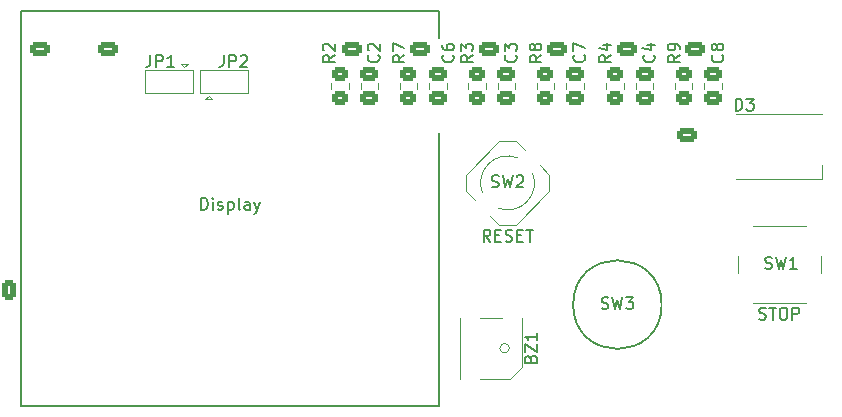
<source format=gto>
G04 #@! TF.GenerationSoftware,KiCad,Pcbnew,(7.0.0)*
G04 #@! TF.CreationDate,2023-02-19T07:57:40+03:00*
G04 #@! TF.ProjectId,V0_McDisplay,56305f4d-6344-4697-9370-6c61792e6b69,1*
G04 #@! TF.SameCoordinates,Original*
G04 #@! TF.FileFunction,Legend,Top*
G04 #@! TF.FilePolarity,Positive*
%FSLAX46Y46*%
G04 Gerber Fmt 4.6, Leading zero omitted, Abs format (unit mm)*
G04 Created by KiCad (PCBNEW (7.0.0)) date 2023-02-19 07:57:40*
%MOMM*%
%LPD*%
G01*
G04 APERTURE LIST*
G04 Aperture macros list*
%AMRoundRect*
0 Rectangle with rounded corners*
0 $1 Rounding radius*
0 $2 $3 $4 $5 $6 $7 $8 $9 X,Y pos of 4 corners*
0 Add a 4 corners polygon primitive as box body*
4,1,4,$2,$3,$4,$5,$6,$7,$8,$9,$2,$3,0*
0 Add four circle primitives for the rounded corners*
1,1,$1+$1,$2,$3*
1,1,$1+$1,$4,$5*
1,1,$1+$1,$6,$7*
1,1,$1+$1,$8,$9*
0 Add four rect primitives between the rounded corners*
20,1,$1+$1,$2,$3,$4,$5,0*
20,1,$1+$1,$4,$5,$6,$7,0*
20,1,$1+$1,$6,$7,$8,$9,0*
20,1,$1+$1,$8,$9,$2,$3,0*%
%AMRotRect*
0 Rectangle, with rotation*
0 The origin of the aperture is its center*
0 $1 length*
0 $2 width*
0 $3 Rotation angle, in degrees counterclockwise*
0 Add horizontal line*
21,1,$1,$2,0,0,$3*%
G04 Aperture macros list end*
%ADD10C,0.150000*%
%ADD11C,0.120000*%
%ADD12R,1.500000X1.000000*%
%ADD13RoundRect,0.250000X-0.450000X0.350000X-0.450000X-0.350000X0.450000X-0.350000X0.450000X0.350000X0*%
%ADD14C,2.000000*%
%ADD15C,3.200000*%
%ADD16RoundRect,0.250000X0.475000X-0.337500X0.475000X0.337500X-0.475000X0.337500X-0.475000X-0.337500X0*%
%ADD17R,1.200000X2.500000*%
%ADD18R,1.000000X1.500000*%
%ADD19RotRect,2.500000X1.500000X225.000000*%
%ADD20C,1.524000*%
%ADD21O,2.500000X4.000000*%
%ADD22R,1.700000X1.700000*%
%ADD23O,1.700000X1.700000*%
%ADD24RoundRect,0.250000X-0.625000X0.350000X-0.625000X-0.350000X0.625000X-0.350000X0.625000X0.350000X0*%
%ADD25O,1.750000X1.200000*%
%ADD26RoundRect,0.250000X0.625000X-0.350000X0.625000X0.350000X-0.625000X0.350000X-0.625000X-0.350000X0*%
%ADD27RoundRect,0.250000X-0.350000X-0.625000X0.350000X-0.625000X0.350000X0.625000X-0.350000X0.625000X0*%
%ADD28O,1.200000X1.750000*%
%ADD29O,1.900000X1.200000*%
%ADD30O,1.100000X2.000000*%
%ADD31O,1.100000X2.200000*%
G04 APERTURE END LIST*
D10*
X73109524Y-27119761D02*
X73252381Y-27167380D01*
X73252381Y-27167380D02*
X73490476Y-27167380D01*
X73490476Y-27167380D02*
X73585714Y-27119761D01*
X73585714Y-27119761D02*
X73633333Y-27072142D01*
X73633333Y-27072142D02*
X73680952Y-26976904D01*
X73680952Y-26976904D02*
X73680952Y-26881666D01*
X73680952Y-26881666D02*
X73633333Y-26786428D01*
X73633333Y-26786428D02*
X73585714Y-26738809D01*
X73585714Y-26738809D02*
X73490476Y-26691190D01*
X73490476Y-26691190D02*
X73300000Y-26643571D01*
X73300000Y-26643571D02*
X73204762Y-26595952D01*
X73204762Y-26595952D02*
X73157143Y-26548333D01*
X73157143Y-26548333D02*
X73109524Y-26453095D01*
X73109524Y-26453095D02*
X73109524Y-26357857D01*
X73109524Y-26357857D02*
X73157143Y-26262619D01*
X73157143Y-26262619D02*
X73204762Y-26215000D01*
X73204762Y-26215000D02*
X73300000Y-26167380D01*
X73300000Y-26167380D02*
X73538095Y-26167380D01*
X73538095Y-26167380D02*
X73680952Y-26215000D01*
X73966667Y-26167380D02*
X74538095Y-26167380D01*
X74252381Y-27167380D02*
X74252381Y-26167380D01*
X75061905Y-26167380D02*
X75252381Y-26167380D01*
X75252381Y-26167380D02*
X75347619Y-26215000D01*
X75347619Y-26215000D02*
X75442857Y-26310238D01*
X75442857Y-26310238D02*
X75490476Y-26500714D01*
X75490476Y-26500714D02*
X75490476Y-26834047D01*
X75490476Y-26834047D02*
X75442857Y-27024523D01*
X75442857Y-27024523D02*
X75347619Y-27119761D01*
X75347619Y-27119761D02*
X75252381Y-27167380D01*
X75252381Y-27167380D02*
X75061905Y-27167380D01*
X75061905Y-27167380D02*
X74966667Y-27119761D01*
X74966667Y-27119761D02*
X74871429Y-27024523D01*
X74871429Y-27024523D02*
X74823810Y-26834047D01*
X74823810Y-26834047D02*
X74823810Y-26500714D01*
X74823810Y-26500714D02*
X74871429Y-26310238D01*
X74871429Y-26310238D02*
X74966667Y-26215000D01*
X74966667Y-26215000D02*
X75061905Y-26167380D01*
X75919048Y-27167380D02*
X75919048Y-26167380D01*
X75919048Y-26167380D02*
X76300000Y-26167380D01*
X76300000Y-26167380D02*
X76395238Y-26215000D01*
X76395238Y-26215000D02*
X76442857Y-26262619D01*
X76442857Y-26262619D02*
X76490476Y-26357857D01*
X76490476Y-26357857D02*
X76490476Y-26500714D01*
X76490476Y-26500714D02*
X76442857Y-26595952D01*
X76442857Y-26595952D02*
X76395238Y-26643571D01*
X76395238Y-26643571D02*
X76300000Y-26691190D01*
X76300000Y-26691190D02*
X75919048Y-26691190D01*
X50347618Y-20567380D02*
X50014285Y-20091190D01*
X49776190Y-20567380D02*
X49776190Y-19567380D01*
X49776190Y-19567380D02*
X50157142Y-19567380D01*
X50157142Y-19567380D02*
X50252380Y-19615000D01*
X50252380Y-19615000D02*
X50299999Y-19662619D01*
X50299999Y-19662619D02*
X50347618Y-19757857D01*
X50347618Y-19757857D02*
X50347618Y-19900714D01*
X50347618Y-19900714D02*
X50299999Y-19995952D01*
X50299999Y-19995952D02*
X50252380Y-20043571D01*
X50252380Y-20043571D02*
X50157142Y-20091190D01*
X50157142Y-20091190D02*
X49776190Y-20091190D01*
X50776190Y-20043571D02*
X51109523Y-20043571D01*
X51252380Y-20567380D02*
X50776190Y-20567380D01*
X50776190Y-20567380D02*
X50776190Y-19567380D01*
X50776190Y-19567380D02*
X51252380Y-19567380D01*
X51633333Y-20519761D02*
X51776190Y-20567380D01*
X51776190Y-20567380D02*
X52014285Y-20567380D01*
X52014285Y-20567380D02*
X52109523Y-20519761D01*
X52109523Y-20519761D02*
X52157142Y-20472142D01*
X52157142Y-20472142D02*
X52204761Y-20376904D01*
X52204761Y-20376904D02*
X52204761Y-20281666D01*
X52204761Y-20281666D02*
X52157142Y-20186428D01*
X52157142Y-20186428D02*
X52109523Y-20138809D01*
X52109523Y-20138809D02*
X52014285Y-20091190D01*
X52014285Y-20091190D02*
X51823809Y-20043571D01*
X51823809Y-20043571D02*
X51728571Y-19995952D01*
X51728571Y-19995952D02*
X51680952Y-19948333D01*
X51680952Y-19948333D02*
X51633333Y-19853095D01*
X51633333Y-19853095D02*
X51633333Y-19757857D01*
X51633333Y-19757857D02*
X51680952Y-19662619D01*
X51680952Y-19662619D02*
X51728571Y-19615000D01*
X51728571Y-19615000D02*
X51823809Y-19567380D01*
X51823809Y-19567380D02*
X52061904Y-19567380D01*
X52061904Y-19567380D02*
X52204761Y-19615000D01*
X52633333Y-20043571D02*
X52966666Y-20043571D01*
X53109523Y-20567380D02*
X52633333Y-20567380D01*
X52633333Y-20567380D02*
X52633333Y-19567380D01*
X52633333Y-19567380D02*
X53109523Y-19567380D01*
X53395238Y-19567380D02*
X53966666Y-19567380D01*
X53680952Y-20567380D02*
X53680952Y-19567380D01*
X25847619Y-17867380D02*
X25847619Y-16867380D01*
X25847619Y-16867380D02*
X26085714Y-16867380D01*
X26085714Y-16867380D02*
X26228571Y-16915000D01*
X26228571Y-16915000D02*
X26323809Y-17010238D01*
X26323809Y-17010238D02*
X26371428Y-17105476D01*
X26371428Y-17105476D02*
X26419047Y-17295952D01*
X26419047Y-17295952D02*
X26419047Y-17438809D01*
X26419047Y-17438809D02*
X26371428Y-17629285D01*
X26371428Y-17629285D02*
X26323809Y-17724523D01*
X26323809Y-17724523D02*
X26228571Y-17819761D01*
X26228571Y-17819761D02*
X26085714Y-17867380D01*
X26085714Y-17867380D02*
X25847619Y-17867380D01*
X26847619Y-17867380D02*
X26847619Y-17200714D01*
X26847619Y-16867380D02*
X26800000Y-16915000D01*
X26800000Y-16915000D02*
X26847619Y-16962619D01*
X26847619Y-16962619D02*
X26895238Y-16915000D01*
X26895238Y-16915000D02*
X26847619Y-16867380D01*
X26847619Y-16867380D02*
X26847619Y-16962619D01*
X27276190Y-17819761D02*
X27371428Y-17867380D01*
X27371428Y-17867380D02*
X27561904Y-17867380D01*
X27561904Y-17867380D02*
X27657142Y-17819761D01*
X27657142Y-17819761D02*
X27704761Y-17724523D01*
X27704761Y-17724523D02*
X27704761Y-17676904D01*
X27704761Y-17676904D02*
X27657142Y-17581666D01*
X27657142Y-17581666D02*
X27561904Y-17534047D01*
X27561904Y-17534047D02*
X27419047Y-17534047D01*
X27419047Y-17534047D02*
X27323809Y-17486428D01*
X27323809Y-17486428D02*
X27276190Y-17391190D01*
X27276190Y-17391190D02*
X27276190Y-17343571D01*
X27276190Y-17343571D02*
X27323809Y-17248333D01*
X27323809Y-17248333D02*
X27419047Y-17200714D01*
X27419047Y-17200714D02*
X27561904Y-17200714D01*
X27561904Y-17200714D02*
X27657142Y-17248333D01*
X28133333Y-17200714D02*
X28133333Y-18200714D01*
X28133333Y-17248333D02*
X28228571Y-17200714D01*
X28228571Y-17200714D02*
X28419047Y-17200714D01*
X28419047Y-17200714D02*
X28514285Y-17248333D01*
X28514285Y-17248333D02*
X28561904Y-17295952D01*
X28561904Y-17295952D02*
X28609523Y-17391190D01*
X28609523Y-17391190D02*
X28609523Y-17676904D01*
X28609523Y-17676904D02*
X28561904Y-17772142D01*
X28561904Y-17772142D02*
X28514285Y-17819761D01*
X28514285Y-17819761D02*
X28419047Y-17867380D01*
X28419047Y-17867380D02*
X28228571Y-17867380D01*
X28228571Y-17867380D02*
X28133333Y-17819761D01*
X29180952Y-17867380D02*
X29085714Y-17819761D01*
X29085714Y-17819761D02*
X29038095Y-17724523D01*
X29038095Y-17724523D02*
X29038095Y-16867380D01*
X29990476Y-17867380D02*
X29990476Y-17343571D01*
X29990476Y-17343571D02*
X29942857Y-17248333D01*
X29942857Y-17248333D02*
X29847619Y-17200714D01*
X29847619Y-17200714D02*
X29657143Y-17200714D01*
X29657143Y-17200714D02*
X29561905Y-17248333D01*
X29990476Y-17819761D02*
X29895238Y-17867380D01*
X29895238Y-17867380D02*
X29657143Y-17867380D01*
X29657143Y-17867380D02*
X29561905Y-17819761D01*
X29561905Y-17819761D02*
X29514286Y-17724523D01*
X29514286Y-17724523D02*
X29514286Y-17629285D01*
X29514286Y-17629285D02*
X29561905Y-17534047D01*
X29561905Y-17534047D02*
X29657143Y-17486428D01*
X29657143Y-17486428D02*
X29895238Y-17486428D01*
X29895238Y-17486428D02*
X29990476Y-17438809D01*
X30371429Y-17200714D02*
X30609524Y-17867380D01*
X30847619Y-17200714D02*
X30609524Y-17867380D01*
X30609524Y-17867380D02*
X30514286Y-18105476D01*
X30514286Y-18105476D02*
X30466667Y-18153095D01*
X30466667Y-18153095D02*
X30371429Y-18200714D01*
X71111905Y-9467380D02*
X71111905Y-8467380D01*
X71111905Y-8467380D02*
X71350000Y-8467380D01*
X71350000Y-8467380D02*
X71492857Y-8515000D01*
X71492857Y-8515000D02*
X71588095Y-8610238D01*
X71588095Y-8610238D02*
X71635714Y-8705476D01*
X71635714Y-8705476D02*
X71683333Y-8895952D01*
X71683333Y-8895952D02*
X71683333Y-9038809D01*
X71683333Y-9038809D02*
X71635714Y-9229285D01*
X71635714Y-9229285D02*
X71588095Y-9324523D01*
X71588095Y-9324523D02*
X71492857Y-9419761D01*
X71492857Y-9419761D02*
X71350000Y-9467380D01*
X71350000Y-9467380D02*
X71111905Y-9467380D01*
X72016667Y-8467380D02*
X72635714Y-8467380D01*
X72635714Y-8467380D02*
X72302381Y-8848333D01*
X72302381Y-8848333D02*
X72445238Y-8848333D01*
X72445238Y-8848333D02*
X72540476Y-8895952D01*
X72540476Y-8895952D02*
X72588095Y-8943571D01*
X72588095Y-8943571D02*
X72635714Y-9038809D01*
X72635714Y-9038809D02*
X72635714Y-9276904D01*
X72635714Y-9276904D02*
X72588095Y-9372142D01*
X72588095Y-9372142D02*
X72540476Y-9419761D01*
X72540476Y-9419761D02*
X72445238Y-9467380D01*
X72445238Y-9467380D02*
X72159524Y-9467380D01*
X72159524Y-9467380D02*
X72064286Y-9419761D01*
X72064286Y-9419761D02*
X72016667Y-9372142D01*
X48867380Y-4766666D02*
X48391190Y-5099999D01*
X48867380Y-5338094D02*
X47867380Y-5338094D01*
X47867380Y-5338094D02*
X47867380Y-4957142D01*
X47867380Y-4957142D02*
X47915000Y-4861904D01*
X47915000Y-4861904D02*
X47962619Y-4814285D01*
X47962619Y-4814285D02*
X48057857Y-4766666D01*
X48057857Y-4766666D02*
X48200714Y-4766666D01*
X48200714Y-4766666D02*
X48295952Y-4814285D01*
X48295952Y-4814285D02*
X48343571Y-4861904D01*
X48343571Y-4861904D02*
X48391190Y-4957142D01*
X48391190Y-4957142D02*
X48391190Y-5338094D01*
X47867380Y-4433332D02*
X47867380Y-3814285D01*
X47867380Y-3814285D02*
X48248333Y-4147618D01*
X48248333Y-4147618D02*
X48248333Y-4004761D01*
X48248333Y-4004761D02*
X48295952Y-3909523D01*
X48295952Y-3909523D02*
X48343571Y-3861904D01*
X48343571Y-3861904D02*
X48438809Y-3814285D01*
X48438809Y-3814285D02*
X48676904Y-3814285D01*
X48676904Y-3814285D02*
X48772142Y-3861904D01*
X48772142Y-3861904D02*
X48819761Y-3909523D01*
X48819761Y-3909523D02*
X48867380Y-4004761D01*
X48867380Y-4004761D02*
X48867380Y-4290475D01*
X48867380Y-4290475D02*
X48819761Y-4385713D01*
X48819761Y-4385713D02*
X48772142Y-4433332D01*
X73616667Y-22819761D02*
X73759524Y-22867380D01*
X73759524Y-22867380D02*
X73997619Y-22867380D01*
X73997619Y-22867380D02*
X74092857Y-22819761D01*
X74092857Y-22819761D02*
X74140476Y-22772142D01*
X74140476Y-22772142D02*
X74188095Y-22676904D01*
X74188095Y-22676904D02*
X74188095Y-22581666D01*
X74188095Y-22581666D02*
X74140476Y-22486428D01*
X74140476Y-22486428D02*
X74092857Y-22438809D01*
X74092857Y-22438809D02*
X73997619Y-22391190D01*
X73997619Y-22391190D02*
X73807143Y-22343571D01*
X73807143Y-22343571D02*
X73711905Y-22295952D01*
X73711905Y-22295952D02*
X73664286Y-22248333D01*
X73664286Y-22248333D02*
X73616667Y-22153095D01*
X73616667Y-22153095D02*
X73616667Y-22057857D01*
X73616667Y-22057857D02*
X73664286Y-21962619D01*
X73664286Y-21962619D02*
X73711905Y-21915000D01*
X73711905Y-21915000D02*
X73807143Y-21867380D01*
X73807143Y-21867380D02*
X74045238Y-21867380D01*
X74045238Y-21867380D02*
X74188095Y-21915000D01*
X74521429Y-21867380D02*
X74759524Y-22867380D01*
X74759524Y-22867380D02*
X74950000Y-22153095D01*
X74950000Y-22153095D02*
X75140476Y-22867380D01*
X75140476Y-22867380D02*
X75378572Y-21867380D01*
X76283333Y-22867380D02*
X75711905Y-22867380D01*
X75997619Y-22867380D02*
X75997619Y-21867380D01*
X75997619Y-21867380D02*
X75902381Y-22010238D01*
X75902381Y-22010238D02*
X75807143Y-22105476D01*
X75807143Y-22105476D02*
X75711905Y-22153095D01*
X43067380Y-4766666D02*
X42591190Y-5099999D01*
X43067380Y-5338094D02*
X42067380Y-5338094D01*
X42067380Y-5338094D02*
X42067380Y-4957142D01*
X42067380Y-4957142D02*
X42115000Y-4861904D01*
X42115000Y-4861904D02*
X42162619Y-4814285D01*
X42162619Y-4814285D02*
X42257857Y-4766666D01*
X42257857Y-4766666D02*
X42400714Y-4766666D01*
X42400714Y-4766666D02*
X42495952Y-4814285D01*
X42495952Y-4814285D02*
X42543571Y-4861904D01*
X42543571Y-4861904D02*
X42591190Y-4957142D01*
X42591190Y-4957142D02*
X42591190Y-5338094D01*
X42067380Y-4433332D02*
X42067380Y-3766666D01*
X42067380Y-3766666D02*
X43067380Y-4195237D01*
X54667380Y-4766666D02*
X54191190Y-5099999D01*
X54667380Y-5338094D02*
X53667380Y-5338094D01*
X53667380Y-5338094D02*
X53667380Y-4957142D01*
X53667380Y-4957142D02*
X53715000Y-4861904D01*
X53715000Y-4861904D02*
X53762619Y-4814285D01*
X53762619Y-4814285D02*
X53857857Y-4766666D01*
X53857857Y-4766666D02*
X54000714Y-4766666D01*
X54000714Y-4766666D02*
X54095952Y-4814285D01*
X54095952Y-4814285D02*
X54143571Y-4861904D01*
X54143571Y-4861904D02*
X54191190Y-4957142D01*
X54191190Y-4957142D02*
X54191190Y-5338094D01*
X54095952Y-4195237D02*
X54048333Y-4290475D01*
X54048333Y-4290475D02*
X54000714Y-4338094D01*
X54000714Y-4338094D02*
X53905476Y-4385713D01*
X53905476Y-4385713D02*
X53857857Y-4385713D01*
X53857857Y-4385713D02*
X53762619Y-4338094D01*
X53762619Y-4338094D02*
X53715000Y-4290475D01*
X53715000Y-4290475D02*
X53667380Y-4195237D01*
X53667380Y-4195237D02*
X53667380Y-4004761D01*
X53667380Y-4004761D02*
X53715000Y-3909523D01*
X53715000Y-3909523D02*
X53762619Y-3861904D01*
X53762619Y-3861904D02*
X53857857Y-3814285D01*
X53857857Y-3814285D02*
X53905476Y-3814285D01*
X53905476Y-3814285D02*
X54000714Y-3861904D01*
X54000714Y-3861904D02*
X54048333Y-3909523D01*
X54048333Y-3909523D02*
X54095952Y-4004761D01*
X54095952Y-4004761D02*
X54095952Y-4195237D01*
X54095952Y-4195237D02*
X54143571Y-4290475D01*
X54143571Y-4290475D02*
X54191190Y-4338094D01*
X54191190Y-4338094D02*
X54286428Y-4385713D01*
X54286428Y-4385713D02*
X54476904Y-4385713D01*
X54476904Y-4385713D02*
X54572142Y-4338094D01*
X54572142Y-4338094D02*
X54619761Y-4290475D01*
X54619761Y-4290475D02*
X54667380Y-4195237D01*
X54667380Y-4195237D02*
X54667380Y-4004761D01*
X54667380Y-4004761D02*
X54619761Y-3909523D01*
X54619761Y-3909523D02*
X54572142Y-3861904D01*
X54572142Y-3861904D02*
X54476904Y-3814285D01*
X54476904Y-3814285D02*
X54286428Y-3814285D01*
X54286428Y-3814285D02*
X54191190Y-3861904D01*
X54191190Y-3861904D02*
X54143571Y-3909523D01*
X54143571Y-3909523D02*
X54095952Y-4004761D01*
X58272142Y-4766666D02*
X58319761Y-4814285D01*
X58319761Y-4814285D02*
X58367380Y-4957142D01*
X58367380Y-4957142D02*
X58367380Y-5052380D01*
X58367380Y-5052380D02*
X58319761Y-5195237D01*
X58319761Y-5195237D02*
X58224523Y-5290475D01*
X58224523Y-5290475D02*
X58129285Y-5338094D01*
X58129285Y-5338094D02*
X57938809Y-5385713D01*
X57938809Y-5385713D02*
X57795952Y-5385713D01*
X57795952Y-5385713D02*
X57605476Y-5338094D01*
X57605476Y-5338094D02*
X57510238Y-5290475D01*
X57510238Y-5290475D02*
X57415000Y-5195237D01*
X57415000Y-5195237D02*
X57367380Y-5052380D01*
X57367380Y-5052380D02*
X57367380Y-4957142D01*
X57367380Y-4957142D02*
X57415000Y-4814285D01*
X57415000Y-4814285D02*
X57462619Y-4766666D01*
X57367380Y-4433332D02*
X57367380Y-3766666D01*
X57367380Y-3766666D02*
X58367380Y-4195237D01*
X53743571Y-30480952D02*
X53791190Y-30338095D01*
X53791190Y-30338095D02*
X53838809Y-30290476D01*
X53838809Y-30290476D02*
X53934047Y-30242857D01*
X53934047Y-30242857D02*
X54076904Y-30242857D01*
X54076904Y-30242857D02*
X54172142Y-30290476D01*
X54172142Y-30290476D02*
X54219761Y-30338095D01*
X54219761Y-30338095D02*
X54267380Y-30433333D01*
X54267380Y-30433333D02*
X54267380Y-30814285D01*
X54267380Y-30814285D02*
X53267380Y-30814285D01*
X53267380Y-30814285D02*
X53267380Y-30480952D01*
X53267380Y-30480952D02*
X53315000Y-30385714D01*
X53315000Y-30385714D02*
X53362619Y-30338095D01*
X53362619Y-30338095D02*
X53457857Y-30290476D01*
X53457857Y-30290476D02*
X53553095Y-30290476D01*
X53553095Y-30290476D02*
X53648333Y-30338095D01*
X53648333Y-30338095D02*
X53695952Y-30385714D01*
X53695952Y-30385714D02*
X53743571Y-30480952D01*
X53743571Y-30480952D02*
X53743571Y-30814285D01*
X53267380Y-29909523D02*
X53267380Y-29242857D01*
X53267380Y-29242857D02*
X54267380Y-29909523D01*
X54267380Y-29909523D02*
X54267380Y-29242857D01*
X54267380Y-28338095D02*
X54267380Y-28909523D01*
X54267380Y-28623809D02*
X53267380Y-28623809D01*
X53267380Y-28623809D02*
X53410238Y-28719047D01*
X53410238Y-28719047D02*
X53505476Y-28814285D01*
X53505476Y-28814285D02*
X53553095Y-28909523D01*
X69972142Y-4766666D02*
X70019761Y-4814285D01*
X70019761Y-4814285D02*
X70067380Y-4957142D01*
X70067380Y-4957142D02*
X70067380Y-5052380D01*
X70067380Y-5052380D02*
X70019761Y-5195237D01*
X70019761Y-5195237D02*
X69924523Y-5290475D01*
X69924523Y-5290475D02*
X69829285Y-5338094D01*
X69829285Y-5338094D02*
X69638809Y-5385713D01*
X69638809Y-5385713D02*
X69495952Y-5385713D01*
X69495952Y-5385713D02*
X69305476Y-5338094D01*
X69305476Y-5338094D02*
X69210238Y-5290475D01*
X69210238Y-5290475D02*
X69115000Y-5195237D01*
X69115000Y-5195237D02*
X69067380Y-5052380D01*
X69067380Y-5052380D02*
X69067380Y-4957142D01*
X69067380Y-4957142D02*
X69115000Y-4814285D01*
X69115000Y-4814285D02*
X69162619Y-4766666D01*
X69495952Y-4195237D02*
X69448333Y-4290475D01*
X69448333Y-4290475D02*
X69400714Y-4338094D01*
X69400714Y-4338094D02*
X69305476Y-4385713D01*
X69305476Y-4385713D02*
X69257857Y-4385713D01*
X69257857Y-4385713D02*
X69162619Y-4338094D01*
X69162619Y-4338094D02*
X69115000Y-4290475D01*
X69115000Y-4290475D02*
X69067380Y-4195237D01*
X69067380Y-4195237D02*
X69067380Y-4004761D01*
X69067380Y-4004761D02*
X69115000Y-3909523D01*
X69115000Y-3909523D02*
X69162619Y-3861904D01*
X69162619Y-3861904D02*
X69257857Y-3814285D01*
X69257857Y-3814285D02*
X69305476Y-3814285D01*
X69305476Y-3814285D02*
X69400714Y-3861904D01*
X69400714Y-3861904D02*
X69448333Y-3909523D01*
X69448333Y-3909523D02*
X69495952Y-4004761D01*
X69495952Y-4004761D02*
X69495952Y-4195237D01*
X69495952Y-4195237D02*
X69543571Y-4290475D01*
X69543571Y-4290475D02*
X69591190Y-4338094D01*
X69591190Y-4338094D02*
X69686428Y-4385713D01*
X69686428Y-4385713D02*
X69876904Y-4385713D01*
X69876904Y-4385713D02*
X69972142Y-4338094D01*
X69972142Y-4338094D02*
X70019761Y-4290475D01*
X70019761Y-4290475D02*
X70067380Y-4195237D01*
X70067380Y-4195237D02*
X70067380Y-4004761D01*
X70067380Y-4004761D02*
X70019761Y-3909523D01*
X70019761Y-3909523D02*
X69972142Y-3861904D01*
X69972142Y-3861904D02*
X69876904Y-3814285D01*
X69876904Y-3814285D02*
X69686428Y-3814285D01*
X69686428Y-3814285D02*
X69591190Y-3861904D01*
X69591190Y-3861904D02*
X69543571Y-3909523D01*
X69543571Y-3909523D02*
X69495952Y-4004761D01*
X52472142Y-4766666D02*
X52519761Y-4814285D01*
X52519761Y-4814285D02*
X52567380Y-4957142D01*
X52567380Y-4957142D02*
X52567380Y-5052380D01*
X52567380Y-5052380D02*
X52519761Y-5195237D01*
X52519761Y-5195237D02*
X52424523Y-5290475D01*
X52424523Y-5290475D02*
X52329285Y-5338094D01*
X52329285Y-5338094D02*
X52138809Y-5385713D01*
X52138809Y-5385713D02*
X51995952Y-5385713D01*
X51995952Y-5385713D02*
X51805476Y-5338094D01*
X51805476Y-5338094D02*
X51710238Y-5290475D01*
X51710238Y-5290475D02*
X51615000Y-5195237D01*
X51615000Y-5195237D02*
X51567380Y-5052380D01*
X51567380Y-5052380D02*
X51567380Y-4957142D01*
X51567380Y-4957142D02*
X51615000Y-4814285D01*
X51615000Y-4814285D02*
X51662619Y-4766666D01*
X51567380Y-4433332D02*
X51567380Y-3814285D01*
X51567380Y-3814285D02*
X51948333Y-4147618D01*
X51948333Y-4147618D02*
X51948333Y-4004761D01*
X51948333Y-4004761D02*
X51995952Y-3909523D01*
X51995952Y-3909523D02*
X52043571Y-3861904D01*
X52043571Y-3861904D02*
X52138809Y-3814285D01*
X52138809Y-3814285D02*
X52376904Y-3814285D01*
X52376904Y-3814285D02*
X52472142Y-3861904D01*
X52472142Y-3861904D02*
X52519761Y-3909523D01*
X52519761Y-3909523D02*
X52567380Y-4004761D01*
X52567380Y-4004761D02*
X52567380Y-4290475D01*
X52567380Y-4290475D02*
X52519761Y-4385713D01*
X52519761Y-4385713D02*
X52472142Y-4433332D01*
X66367380Y-4766666D02*
X65891190Y-5099999D01*
X66367380Y-5338094D02*
X65367380Y-5338094D01*
X65367380Y-5338094D02*
X65367380Y-4957142D01*
X65367380Y-4957142D02*
X65415000Y-4861904D01*
X65415000Y-4861904D02*
X65462619Y-4814285D01*
X65462619Y-4814285D02*
X65557857Y-4766666D01*
X65557857Y-4766666D02*
X65700714Y-4766666D01*
X65700714Y-4766666D02*
X65795952Y-4814285D01*
X65795952Y-4814285D02*
X65843571Y-4861904D01*
X65843571Y-4861904D02*
X65891190Y-4957142D01*
X65891190Y-4957142D02*
X65891190Y-5338094D01*
X66367380Y-4290475D02*
X66367380Y-4099999D01*
X66367380Y-4099999D02*
X66319761Y-4004761D01*
X66319761Y-4004761D02*
X66272142Y-3957142D01*
X66272142Y-3957142D02*
X66129285Y-3861904D01*
X66129285Y-3861904D02*
X65938809Y-3814285D01*
X65938809Y-3814285D02*
X65557857Y-3814285D01*
X65557857Y-3814285D02*
X65462619Y-3861904D01*
X65462619Y-3861904D02*
X65415000Y-3909523D01*
X65415000Y-3909523D02*
X65367380Y-4004761D01*
X65367380Y-4004761D02*
X65367380Y-4195237D01*
X65367380Y-4195237D02*
X65415000Y-4290475D01*
X65415000Y-4290475D02*
X65462619Y-4338094D01*
X65462619Y-4338094D02*
X65557857Y-4385713D01*
X65557857Y-4385713D02*
X65795952Y-4385713D01*
X65795952Y-4385713D02*
X65891190Y-4338094D01*
X65891190Y-4338094D02*
X65938809Y-4290475D01*
X65938809Y-4290475D02*
X65986428Y-4195237D01*
X65986428Y-4195237D02*
X65986428Y-4004761D01*
X65986428Y-4004761D02*
X65938809Y-3909523D01*
X65938809Y-3909523D02*
X65891190Y-3861904D01*
X65891190Y-3861904D02*
X65795952Y-3814285D01*
X60567380Y-4766666D02*
X60091190Y-5099999D01*
X60567380Y-5338094D02*
X59567380Y-5338094D01*
X59567380Y-5338094D02*
X59567380Y-4957142D01*
X59567380Y-4957142D02*
X59615000Y-4861904D01*
X59615000Y-4861904D02*
X59662619Y-4814285D01*
X59662619Y-4814285D02*
X59757857Y-4766666D01*
X59757857Y-4766666D02*
X59900714Y-4766666D01*
X59900714Y-4766666D02*
X59995952Y-4814285D01*
X59995952Y-4814285D02*
X60043571Y-4861904D01*
X60043571Y-4861904D02*
X60091190Y-4957142D01*
X60091190Y-4957142D02*
X60091190Y-5338094D01*
X59900714Y-3909523D02*
X60567380Y-3909523D01*
X59519761Y-4147618D02*
X60234047Y-4385713D01*
X60234047Y-4385713D02*
X60234047Y-3766666D01*
X21566666Y-4767380D02*
X21566666Y-5481666D01*
X21566666Y-5481666D02*
X21519047Y-5624523D01*
X21519047Y-5624523D02*
X21423809Y-5719761D01*
X21423809Y-5719761D02*
X21280952Y-5767380D01*
X21280952Y-5767380D02*
X21185714Y-5767380D01*
X22042857Y-5767380D02*
X22042857Y-4767380D01*
X22042857Y-4767380D02*
X22423809Y-4767380D01*
X22423809Y-4767380D02*
X22519047Y-4815000D01*
X22519047Y-4815000D02*
X22566666Y-4862619D01*
X22566666Y-4862619D02*
X22614285Y-4957857D01*
X22614285Y-4957857D02*
X22614285Y-5100714D01*
X22614285Y-5100714D02*
X22566666Y-5195952D01*
X22566666Y-5195952D02*
X22519047Y-5243571D01*
X22519047Y-5243571D02*
X22423809Y-5291190D01*
X22423809Y-5291190D02*
X22042857Y-5291190D01*
X23566666Y-5767380D02*
X22995238Y-5767380D01*
X23280952Y-5767380D02*
X23280952Y-4767380D01*
X23280952Y-4767380D02*
X23185714Y-4910238D01*
X23185714Y-4910238D02*
X23090476Y-5005476D01*
X23090476Y-5005476D02*
X22995238Y-5053095D01*
X47172142Y-4766666D02*
X47219761Y-4814285D01*
X47219761Y-4814285D02*
X47267380Y-4957142D01*
X47267380Y-4957142D02*
X47267380Y-5052380D01*
X47267380Y-5052380D02*
X47219761Y-5195237D01*
X47219761Y-5195237D02*
X47124523Y-5290475D01*
X47124523Y-5290475D02*
X47029285Y-5338094D01*
X47029285Y-5338094D02*
X46838809Y-5385713D01*
X46838809Y-5385713D02*
X46695952Y-5385713D01*
X46695952Y-5385713D02*
X46505476Y-5338094D01*
X46505476Y-5338094D02*
X46410238Y-5290475D01*
X46410238Y-5290475D02*
X46315000Y-5195237D01*
X46315000Y-5195237D02*
X46267380Y-5052380D01*
X46267380Y-5052380D02*
X46267380Y-4957142D01*
X46267380Y-4957142D02*
X46315000Y-4814285D01*
X46315000Y-4814285D02*
X46362619Y-4766666D01*
X46267380Y-3909523D02*
X46267380Y-4099999D01*
X46267380Y-4099999D02*
X46315000Y-4195237D01*
X46315000Y-4195237D02*
X46362619Y-4242856D01*
X46362619Y-4242856D02*
X46505476Y-4338094D01*
X46505476Y-4338094D02*
X46695952Y-4385713D01*
X46695952Y-4385713D02*
X47076904Y-4385713D01*
X47076904Y-4385713D02*
X47172142Y-4338094D01*
X47172142Y-4338094D02*
X47219761Y-4290475D01*
X47219761Y-4290475D02*
X47267380Y-4195237D01*
X47267380Y-4195237D02*
X47267380Y-4004761D01*
X47267380Y-4004761D02*
X47219761Y-3909523D01*
X47219761Y-3909523D02*
X47172142Y-3861904D01*
X47172142Y-3861904D02*
X47076904Y-3814285D01*
X47076904Y-3814285D02*
X46838809Y-3814285D01*
X46838809Y-3814285D02*
X46743571Y-3861904D01*
X46743571Y-3861904D02*
X46695952Y-3909523D01*
X46695952Y-3909523D02*
X46648333Y-4004761D01*
X46648333Y-4004761D02*
X46648333Y-4195237D01*
X46648333Y-4195237D02*
X46695952Y-4290475D01*
X46695952Y-4290475D02*
X46743571Y-4338094D01*
X46743571Y-4338094D02*
X46838809Y-4385713D01*
X50466667Y-15919761D02*
X50609524Y-15967380D01*
X50609524Y-15967380D02*
X50847619Y-15967380D01*
X50847619Y-15967380D02*
X50942857Y-15919761D01*
X50942857Y-15919761D02*
X50990476Y-15872142D01*
X50990476Y-15872142D02*
X51038095Y-15776904D01*
X51038095Y-15776904D02*
X51038095Y-15681666D01*
X51038095Y-15681666D02*
X50990476Y-15586428D01*
X50990476Y-15586428D02*
X50942857Y-15538809D01*
X50942857Y-15538809D02*
X50847619Y-15491190D01*
X50847619Y-15491190D02*
X50657143Y-15443571D01*
X50657143Y-15443571D02*
X50561905Y-15395952D01*
X50561905Y-15395952D02*
X50514286Y-15348333D01*
X50514286Y-15348333D02*
X50466667Y-15253095D01*
X50466667Y-15253095D02*
X50466667Y-15157857D01*
X50466667Y-15157857D02*
X50514286Y-15062619D01*
X50514286Y-15062619D02*
X50561905Y-15015000D01*
X50561905Y-15015000D02*
X50657143Y-14967380D01*
X50657143Y-14967380D02*
X50895238Y-14967380D01*
X50895238Y-14967380D02*
X51038095Y-15015000D01*
X51371429Y-14967380D02*
X51609524Y-15967380D01*
X51609524Y-15967380D02*
X51800000Y-15253095D01*
X51800000Y-15253095D02*
X51990476Y-15967380D01*
X51990476Y-15967380D02*
X52228572Y-14967380D01*
X52561905Y-15062619D02*
X52609524Y-15015000D01*
X52609524Y-15015000D02*
X52704762Y-14967380D01*
X52704762Y-14967380D02*
X52942857Y-14967380D01*
X52942857Y-14967380D02*
X53038095Y-15015000D01*
X53038095Y-15015000D02*
X53085714Y-15062619D01*
X53085714Y-15062619D02*
X53133333Y-15157857D01*
X53133333Y-15157857D02*
X53133333Y-15253095D01*
X53133333Y-15253095D02*
X53085714Y-15395952D01*
X53085714Y-15395952D02*
X52514286Y-15967380D01*
X52514286Y-15967380D02*
X53133333Y-15967380D01*
X40872142Y-4766666D02*
X40919761Y-4814285D01*
X40919761Y-4814285D02*
X40967380Y-4957142D01*
X40967380Y-4957142D02*
X40967380Y-5052380D01*
X40967380Y-5052380D02*
X40919761Y-5195237D01*
X40919761Y-5195237D02*
X40824523Y-5290475D01*
X40824523Y-5290475D02*
X40729285Y-5338094D01*
X40729285Y-5338094D02*
X40538809Y-5385713D01*
X40538809Y-5385713D02*
X40395952Y-5385713D01*
X40395952Y-5385713D02*
X40205476Y-5338094D01*
X40205476Y-5338094D02*
X40110238Y-5290475D01*
X40110238Y-5290475D02*
X40015000Y-5195237D01*
X40015000Y-5195237D02*
X39967380Y-5052380D01*
X39967380Y-5052380D02*
X39967380Y-4957142D01*
X39967380Y-4957142D02*
X40015000Y-4814285D01*
X40015000Y-4814285D02*
X40062619Y-4766666D01*
X40062619Y-4385713D02*
X40015000Y-4338094D01*
X40015000Y-4338094D02*
X39967380Y-4242856D01*
X39967380Y-4242856D02*
X39967380Y-4004761D01*
X39967380Y-4004761D02*
X40015000Y-3909523D01*
X40015000Y-3909523D02*
X40062619Y-3861904D01*
X40062619Y-3861904D02*
X40157857Y-3814285D01*
X40157857Y-3814285D02*
X40253095Y-3814285D01*
X40253095Y-3814285D02*
X40395952Y-3861904D01*
X40395952Y-3861904D02*
X40967380Y-4433332D01*
X40967380Y-4433332D02*
X40967380Y-3814285D01*
X37167380Y-4766666D02*
X36691190Y-5099999D01*
X37167380Y-5338094D02*
X36167380Y-5338094D01*
X36167380Y-5338094D02*
X36167380Y-4957142D01*
X36167380Y-4957142D02*
X36215000Y-4861904D01*
X36215000Y-4861904D02*
X36262619Y-4814285D01*
X36262619Y-4814285D02*
X36357857Y-4766666D01*
X36357857Y-4766666D02*
X36500714Y-4766666D01*
X36500714Y-4766666D02*
X36595952Y-4814285D01*
X36595952Y-4814285D02*
X36643571Y-4861904D01*
X36643571Y-4861904D02*
X36691190Y-4957142D01*
X36691190Y-4957142D02*
X36691190Y-5338094D01*
X36262619Y-4385713D02*
X36215000Y-4338094D01*
X36215000Y-4338094D02*
X36167380Y-4242856D01*
X36167380Y-4242856D02*
X36167380Y-4004761D01*
X36167380Y-4004761D02*
X36215000Y-3909523D01*
X36215000Y-3909523D02*
X36262619Y-3861904D01*
X36262619Y-3861904D02*
X36357857Y-3814285D01*
X36357857Y-3814285D02*
X36453095Y-3814285D01*
X36453095Y-3814285D02*
X36595952Y-3861904D01*
X36595952Y-3861904D02*
X37167380Y-4433332D01*
X37167380Y-4433332D02*
X37167380Y-3814285D01*
X27766666Y-4767380D02*
X27766666Y-5481666D01*
X27766666Y-5481666D02*
X27719047Y-5624523D01*
X27719047Y-5624523D02*
X27623809Y-5719761D01*
X27623809Y-5719761D02*
X27480952Y-5767380D01*
X27480952Y-5767380D02*
X27385714Y-5767380D01*
X28242857Y-5767380D02*
X28242857Y-4767380D01*
X28242857Y-4767380D02*
X28623809Y-4767380D01*
X28623809Y-4767380D02*
X28719047Y-4815000D01*
X28719047Y-4815000D02*
X28766666Y-4862619D01*
X28766666Y-4862619D02*
X28814285Y-4957857D01*
X28814285Y-4957857D02*
X28814285Y-5100714D01*
X28814285Y-5100714D02*
X28766666Y-5195952D01*
X28766666Y-5195952D02*
X28719047Y-5243571D01*
X28719047Y-5243571D02*
X28623809Y-5291190D01*
X28623809Y-5291190D02*
X28242857Y-5291190D01*
X29195238Y-4862619D02*
X29242857Y-4815000D01*
X29242857Y-4815000D02*
X29338095Y-4767380D01*
X29338095Y-4767380D02*
X29576190Y-4767380D01*
X29576190Y-4767380D02*
X29671428Y-4815000D01*
X29671428Y-4815000D02*
X29719047Y-4862619D01*
X29719047Y-4862619D02*
X29766666Y-4957857D01*
X29766666Y-4957857D02*
X29766666Y-5053095D01*
X29766666Y-5053095D02*
X29719047Y-5195952D01*
X29719047Y-5195952D02*
X29147619Y-5767380D01*
X29147619Y-5767380D02*
X29766666Y-5767380D01*
X64172142Y-4766666D02*
X64219761Y-4814285D01*
X64219761Y-4814285D02*
X64267380Y-4957142D01*
X64267380Y-4957142D02*
X64267380Y-5052380D01*
X64267380Y-5052380D02*
X64219761Y-5195237D01*
X64219761Y-5195237D02*
X64124523Y-5290475D01*
X64124523Y-5290475D02*
X64029285Y-5338094D01*
X64029285Y-5338094D02*
X63838809Y-5385713D01*
X63838809Y-5385713D02*
X63695952Y-5385713D01*
X63695952Y-5385713D02*
X63505476Y-5338094D01*
X63505476Y-5338094D02*
X63410238Y-5290475D01*
X63410238Y-5290475D02*
X63315000Y-5195237D01*
X63315000Y-5195237D02*
X63267380Y-5052380D01*
X63267380Y-5052380D02*
X63267380Y-4957142D01*
X63267380Y-4957142D02*
X63315000Y-4814285D01*
X63315000Y-4814285D02*
X63362619Y-4766666D01*
X63600714Y-3909523D02*
X64267380Y-3909523D01*
X63219761Y-4147618D02*
X63934047Y-4385713D01*
X63934047Y-4385713D02*
X63934047Y-3766666D01*
X59766667Y-26219761D02*
X59909524Y-26267380D01*
X59909524Y-26267380D02*
X60147619Y-26267380D01*
X60147619Y-26267380D02*
X60242857Y-26219761D01*
X60242857Y-26219761D02*
X60290476Y-26172142D01*
X60290476Y-26172142D02*
X60338095Y-26076904D01*
X60338095Y-26076904D02*
X60338095Y-25981666D01*
X60338095Y-25981666D02*
X60290476Y-25886428D01*
X60290476Y-25886428D02*
X60242857Y-25838809D01*
X60242857Y-25838809D02*
X60147619Y-25791190D01*
X60147619Y-25791190D02*
X59957143Y-25743571D01*
X59957143Y-25743571D02*
X59861905Y-25695952D01*
X59861905Y-25695952D02*
X59814286Y-25648333D01*
X59814286Y-25648333D02*
X59766667Y-25553095D01*
X59766667Y-25553095D02*
X59766667Y-25457857D01*
X59766667Y-25457857D02*
X59814286Y-25362619D01*
X59814286Y-25362619D02*
X59861905Y-25315000D01*
X59861905Y-25315000D02*
X59957143Y-25267380D01*
X59957143Y-25267380D02*
X60195238Y-25267380D01*
X60195238Y-25267380D02*
X60338095Y-25315000D01*
X60671429Y-25267380D02*
X60909524Y-26267380D01*
X60909524Y-26267380D02*
X61100000Y-25553095D01*
X61100000Y-25553095D02*
X61290476Y-26267380D01*
X61290476Y-26267380D02*
X61528572Y-25267380D01*
X61814286Y-25267380D02*
X62433333Y-25267380D01*
X62433333Y-25267380D02*
X62100000Y-25648333D01*
X62100000Y-25648333D02*
X62242857Y-25648333D01*
X62242857Y-25648333D02*
X62338095Y-25695952D01*
X62338095Y-25695952D02*
X62385714Y-25743571D01*
X62385714Y-25743571D02*
X62433333Y-25838809D01*
X62433333Y-25838809D02*
X62433333Y-26076904D01*
X62433333Y-26076904D02*
X62385714Y-26172142D01*
X62385714Y-26172142D02*
X62338095Y-26219761D01*
X62338095Y-26219761D02*
X62242857Y-26267380D01*
X62242857Y-26267380D02*
X61957143Y-26267380D01*
X61957143Y-26267380D02*
X61861905Y-26219761D01*
X61861905Y-26219761D02*
X61814286Y-26172142D01*
D11*
X71100000Y-9750000D02*
X78400000Y-9750000D01*
X71100000Y-15250000D02*
X78400000Y-15250000D01*
X78400000Y-15250000D02*
X78400000Y-14100000D01*
X49935000Y-7172936D02*
X49935000Y-7627064D01*
X48465000Y-7172936D02*
X48465000Y-7627064D01*
X71350000Y-21750000D02*
X71350000Y-23250000D01*
X72600000Y-25750000D02*
X77100000Y-25750000D01*
X77100000Y-19250000D02*
X72600000Y-19250000D01*
X78350000Y-23250000D02*
X78350000Y-21750000D01*
X44135000Y-7172936D02*
X44135000Y-7627064D01*
X42665000Y-7172936D02*
X42665000Y-7627064D01*
X55735000Y-7172936D02*
X55735000Y-7627064D01*
X54265000Y-7172936D02*
X54265000Y-7627064D01*
X56765000Y-7661252D02*
X56765000Y-7138748D01*
X58235000Y-7661252D02*
X58235000Y-7138748D01*
X53000000Y-27000000D02*
X53000000Y-31200000D01*
X49500000Y-27000000D02*
X51300000Y-27000000D01*
X47800000Y-27000000D02*
X47800000Y-32200000D01*
X53000000Y-31200000D02*
X52000000Y-32200000D01*
X52000000Y-32200000D02*
X49500000Y-32200000D01*
X51950000Y-29600000D02*
G75*
G03*
X51950000Y-29600000I-400000J0D01*
G01*
X68465000Y-7661252D02*
X68465000Y-7138748D01*
X69935000Y-7661252D02*
X69935000Y-7138748D01*
X50965000Y-7661252D02*
X50965000Y-7138748D01*
X52435000Y-7661252D02*
X52435000Y-7138748D01*
X67435000Y-7172936D02*
X67435000Y-7627064D01*
X65965000Y-7172936D02*
X65965000Y-7627064D01*
X61635000Y-7172936D02*
X61635000Y-7627064D01*
X60165000Y-7172936D02*
X60165000Y-7627064D01*
X25192500Y-8000000D02*
X21092500Y-8000000D01*
X25192500Y-6000000D02*
X25192500Y-8000000D01*
X24742500Y-5500000D02*
X24142500Y-5500000D01*
X24442500Y-5800000D02*
X24742500Y-5500000D01*
X24442500Y-5800000D02*
X24142500Y-5500000D01*
X21092500Y-8000000D02*
X21092500Y-6000000D01*
X21092500Y-6000000D02*
X25192500Y-6000000D01*
X45165000Y-7661252D02*
X45165000Y-7138748D01*
X46635000Y-7661252D02*
X46635000Y-7138748D01*
X55335534Y-14892893D02*
X55335534Y-16307107D01*
X54557716Y-14115076D02*
X55335534Y-14892893D01*
X52507107Y-12064466D02*
X53284924Y-12842284D01*
X55335534Y-16307107D02*
X52507107Y-19135534D01*
X51092893Y-12064466D02*
X52507107Y-12064466D01*
X51092893Y-12064466D02*
X48264466Y-14892893D01*
X52507107Y-19135534D02*
X51092893Y-19135534D01*
X48264466Y-14892893D02*
X48264466Y-16307107D01*
X51092893Y-19135534D02*
X50315076Y-18357716D01*
X48264466Y-16307107D02*
X49042284Y-17084924D01*
X50951473Y-17721320D02*
G75*
G03*
X53921320Y-14751473I848527J2121320D01*
G01*
X52648527Y-13478680D02*
G75*
G03*
X49678680Y-16448527I-848527J-2121320D01*
G01*
X39365000Y-7661252D02*
X39365000Y-7138748D01*
X40835000Y-7661252D02*
X40835000Y-7138748D01*
X38335000Y-7172936D02*
X38335000Y-7627064D01*
X36865000Y-7172936D02*
X36865000Y-7627064D01*
X25750000Y-6000000D02*
X29850000Y-6000000D01*
X25750000Y-8000000D02*
X25750000Y-6000000D01*
X26200000Y-8500000D02*
X26800000Y-8500000D01*
X26500000Y-8200000D02*
X26200000Y-8500000D01*
X26500000Y-8200000D02*
X26800000Y-8500000D01*
X29850000Y-6000000D02*
X29850000Y-8000000D01*
X29850000Y-8000000D02*
X25750000Y-8000000D01*
D10*
X10600000Y-1000000D02*
X10600000Y-34500000D01*
X10600000Y-1000000D02*
X46000000Y-1000000D01*
X10600000Y-34500000D02*
X46000000Y-34500000D01*
X46000000Y-1000000D02*
X46000000Y-3300000D01*
X46000000Y-11400000D02*
X46000000Y-34500000D01*
D11*
X62665000Y-7661252D02*
X62665000Y-7138748D01*
X64135000Y-7661252D02*
X64135000Y-7138748D01*
D10*
X64850000Y-25900000D02*
G75*
G03*
X64850000Y-25900000I-3750000J0D01*
G01*
%LPC*%
D12*
X72299999Y-10899999D03*
X72299999Y-14099999D03*
X77199999Y-14099999D03*
X77199999Y-10899999D03*
D13*
X49200000Y-6400000D03*
X49200000Y-8400000D03*
D14*
X71600000Y-20250000D03*
X78100000Y-20250000D03*
X71600000Y-24750000D03*
X78100000Y-24750000D03*
D15*
X76000000Y-31000000D03*
D13*
X43400000Y-6400000D03*
X43400000Y-8400000D03*
X55000000Y-6400000D03*
X55000000Y-8400000D03*
D15*
X4000000Y-31000000D03*
D16*
X57500000Y-8437500D03*
X57500000Y-6362500D03*
D17*
X52149999Y-27349999D03*
X48649999Y-27349999D03*
X48649999Y-31849999D03*
D16*
X69200000Y-8437500D03*
X69200000Y-6362500D03*
X51700000Y-8437500D03*
X51700000Y-6362500D03*
D13*
X66700000Y-6400000D03*
X66700000Y-8400000D03*
X60900000Y-6400000D03*
X60900000Y-8400000D03*
D18*
X24442499Y-6999999D03*
X23142499Y-6999999D03*
X21842499Y-6999999D03*
D16*
X45900000Y-8437500D03*
X45900000Y-6362500D03*
D19*
X53921319Y-13478679D03*
X49678679Y-17721319D03*
D16*
X40100000Y-8437500D03*
X40100000Y-6362500D03*
D15*
X4000000Y-6000000D03*
D13*
X37600000Y-6400000D03*
X37600000Y-8400000D03*
D15*
X76000000Y-6000000D03*
D18*
X26499999Y-6999999D03*
X27799999Y-6999999D03*
X29099999Y-6999999D03*
D20*
X24490000Y-3200000D03*
X27030000Y-3200000D03*
X29570000Y-3200000D03*
X32110000Y-3200000D03*
D16*
X63400000Y-8437500D03*
X63400000Y-6362500D03*
D14*
X63600000Y-18400000D03*
X58600000Y-18400000D03*
X61100000Y-18400000D03*
D21*
X66179999Y-25899999D03*
X56019999Y-25899999D03*
D14*
X63600000Y-32900000D03*
X58600000Y-32900000D03*
D22*
X35819999Y-29624999D03*
D23*
X35819999Y-32164999D03*
X38359999Y-29624999D03*
X38359999Y-32164999D03*
X40899999Y-29624999D03*
X40899999Y-32164999D03*
X43439999Y-29624999D03*
X43439999Y-32164999D03*
D24*
X66950000Y-11500000D03*
D25*
X66949999Y-13499999D03*
X66949999Y-15499999D03*
D22*
X26124999Y-10399999D03*
D23*
X28664999Y-10399999D03*
D26*
X38600000Y-4300000D03*
D25*
X38599999Y-2299999D03*
D26*
X61900000Y-4300000D03*
D25*
X61899999Y-2299999D03*
D26*
X50200000Y-4300000D03*
D25*
X50199999Y-2299999D03*
D27*
X9600000Y-24650000D03*
D28*
X11599999Y-24649999D03*
X13599999Y-24649999D03*
X15599999Y-24649999D03*
D26*
X44400000Y-4300000D03*
D25*
X44399999Y-2299999D03*
D26*
X12200000Y-4300000D03*
D25*
X12199999Y-2299999D03*
D29*
X1562499Y-20999999D03*
D30*
X4262499Y-20293999D03*
D31*
X2230499Y-17499999D03*
D30*
X4262499Y-14705999D03*
D29*
X1562499Y-13999999D03*
D26*
X18000000Y-4300000D03*
D25*
X17999999Y-2299999D03*
D26*
X56000000Y-4300000D03*
D25*
X55999999Y-2299999D03*
D26*
X67700000Y-4300000D03*
D25*
X67699999Y-2299999D03*
M02*

</source>
